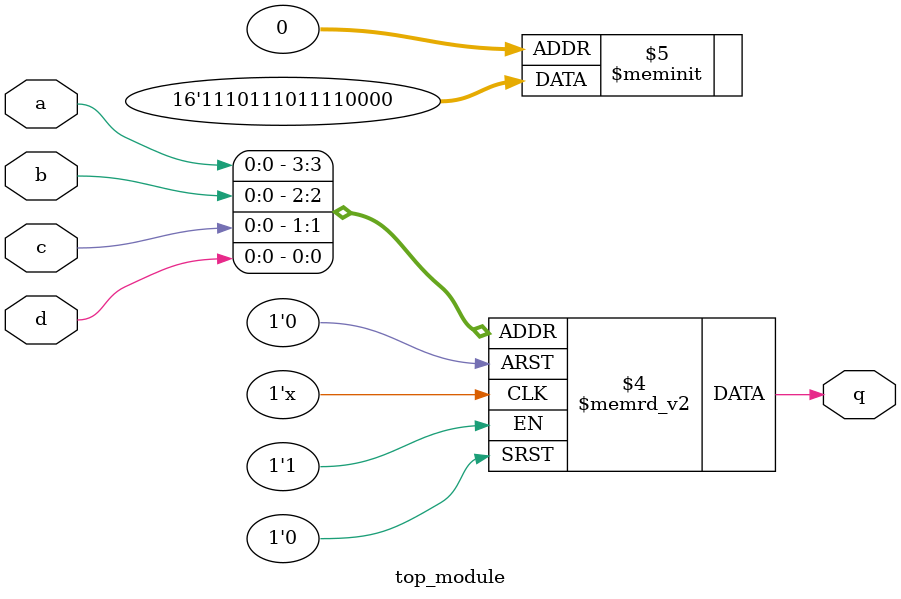
<source format=sv>
module top_module (
  input a, 
  input b, 
  input c, 
  input d,
  output q
);

  reg q;

  always @* begin
    case ({a, b, c, d})
      4'b0000 : q = 1'b0;
      4'b0001 : q = 1'b0;
      4'b0010 : q = 1'b0;
      4'b0011 : q = 1'b0;
      4'b0100 : q = 1'b1;
      4'b0101 : q = 1'b1;
      4'b0110 : q = 1'b1;
      4'b0111 : q = 1'b1;
      4'b1000 : q = 1'b0;
      4'b1001 : q = 1'b1;
      4'b1010 : q = 1'b1;
      4'b1011 : q = 1'b1;
      4'b1100 : q = 1'b0;
      4'b1101 : q = 1'b1;
      4'b1110 : q = 1'b1;
      4'b1111 : q = 1'b1;
    endcase
  end

endmodule

</source>
